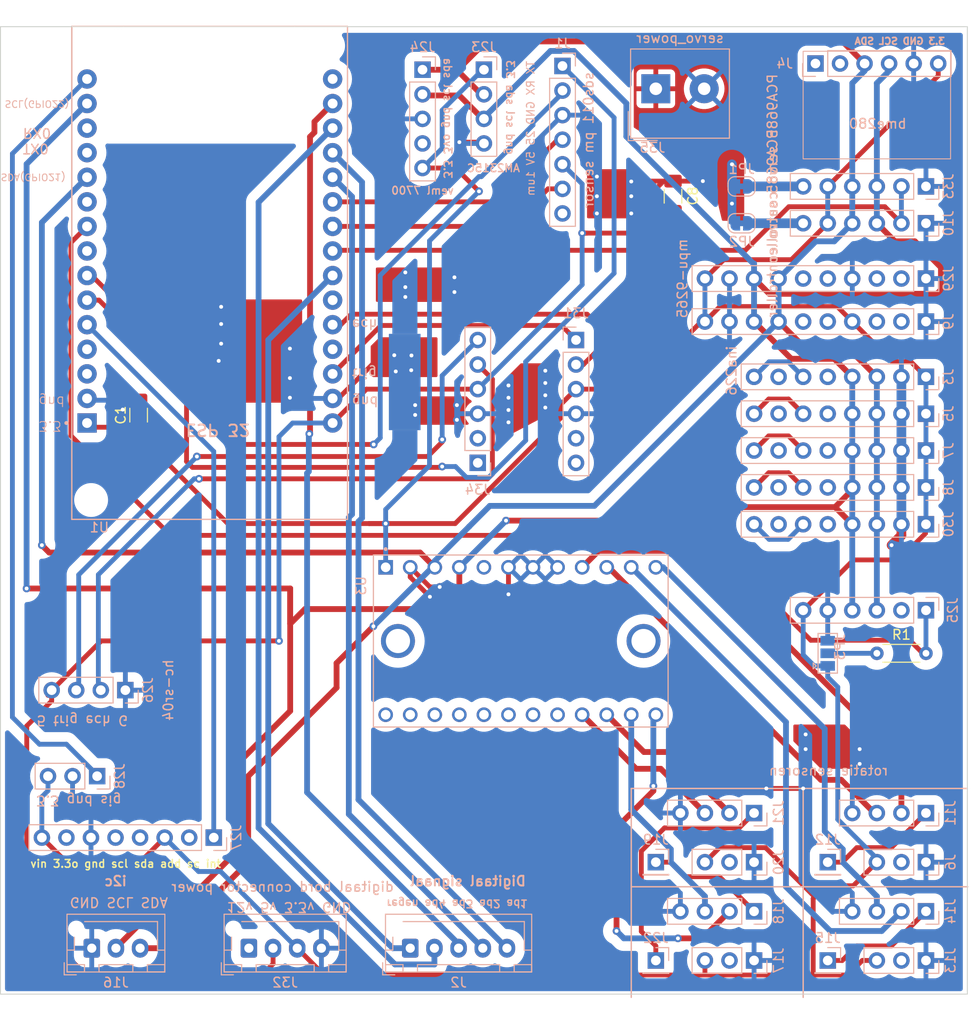
<source format=kicad_pcb>
(kicad_pcb (version 20240108) (generator "pcbnew") (generator_version "8.0")
  (layers (0 "F.Cu" signal) (31 "B.Cu" signal) (34 "B.Paste" user) (35 "F.Paste" user) (36 "B.SilkS" user "B.Silkscreen") (37 "F.SilkS" user "F.Silkscreen") (38 "B.Mask" user) (39 "F.Mask" user) (44 "Edge.Cuts" user))
  (net 0 "")
  (net 4 "2.5um")
  (net 5 "1um")
  (net 9 "rx0")
  (net 10 "tx0")
  (net 11 "GND")
  (net 12 "+5V")
  (net 13 "sda")
  (net 14 "scl")
  (net 16 "+3.3V")
  (net 19 "regen-digitaal")
  (net 21 "ADC1 alert")
  (net 22 "Net-(J11-Pin_1)")
  (net 23 "Net-(J11-Pin_3)")
  (net 24 "Net-(J11-Pin_2)")
  (net 26 "ADC2 alert")
  (net 27 "+12L")
  (net 28 "Net-(J14-Pin_1)")
  (net 31 "Net-(J14-Pin_2)")
  (net 32 "Net-(J14-Pin_3)")
  (net 36 "ADC3 alert")
  (net 37 "ADC4 alert")
  (net 38 "Net-(J18-Pin_1)")
  (net 39 "Net-(J18-Pin_3)")
  (net 41 "Net-(J18-Pin_2)")
  (net 45 "Net-(J21-Pin_2)")
  (net 46 "Net-(J21-Pin_3)")
  (net 47 "Net-(J21-Pin_1)")
  (net 48 "Net-(U1-D34)")
  (net 50 "+5VL")
  (net 52 "Net-(J27-Pin_4)")
  (net 53 "Net-(J27-Pin_5)")
  (net 54 "ens160 interupt")
  (net 56 "reset-multiplex1")
  (net 59 "Net-(J28-Pin_1)")
  (net 62 "Net-(J33-Pin_6)")
  (net 71 "Net-(J25-Pin_1)")
  (net 72 "hv1")
  (net 73 "hv2")
  (net 74 "lv2")
  (net 75 "lv3")
  (net 76 "lv4")
  (net 77 "lv1")
  (net 78 "hv4")
  (net 79 "hv3")
  (net 80 "Net-(J10-Pin_6)")
  (net 81 "Net-(J10-Pin_2)")
  (net 82 "Net-(J3-Pin_6)")
  (net 86 "Net-(J5-Pin_6)")
  (net 88 "Net-(J7-Pin_6)")
  (net 92 "Net-(J8-Pin_6)")
  (net 94 "Net-(J30-Pin_6)")
  (net 97 "Net-(JP3-C)")
  (footprint "MountingHole:MountingHole_long" (layer "F.Cu") (at 37.592 22.352 90)
    (property "Reference" "H7" (hide yes))
    (property "Value" "MountingHole")
  )
  (footprint "Resistor_THT:R_Axial_DIN0204_L3.6mm_D1.6mm_P5.08mm_Horizontal" (layer "F.Cu") (at 104.14 77.47)
    (property "Reference" "R1")
    (property "Value" "5k")
  )
  (footprint "MountingHole:MountingHole_long" (layer "F.Cu") (at 41.148 22.352 90)
    (property "Reference" "H6" (hide yes))
    (property "Value" "MountingHole")
  )
  (footprint "MountingHole:MountingHole_long" (layer "F.Cu") (at 44.958 13.97)
    (property "Reference" "H12" (hide yes))
    (property "Value" "MountingHole")
  )
  (footprint "MountingHole:MountingHole_long" (layer "F.Cu") (at 44.958 17.018)
    (property "Reference" "H11" (hide yes))
    (property "Value" "MountingHole")
  )
  (footprint "MountingHole:MountingHole_long" (layer "F.Cu") (at 25.654 17.272)
    (property "Reference" "H1" (hide yes))
    (property "Value" "MountingHole")
  )
  (footprint "MountingHole:MountingHole_long" (layer "F.Cu") (at 25.654 20.252)
    (property "Reference" "H2" (hide yes))
    (property "Value" "MountingHole")
  )
  (footprint "Capacitor_SMD:C_1206_3216Metric_Pad1.33x1.80mm_HandSolder" (layer "F.Cu") (at 83.058 30.226 90)
    (property "Reference" "C8")
    (property "Value" "100uf")
  )
  (footprint "MountingHole:MountingHole_long" (layer "F.Cu") (at 30.734 22.352 90)
    (property "Reference" "H8" (hide yes))
    (property "Value" "MountingHole")
  )
  (footprint "MountingHole:MountingHole_long" (layer "F.Cu") (at 25.654 13.97)
    (property "Reference" "H4" (hide yes))
    (property "Value" "MountingHole")
  )
  (footprint "MountingHole:MountingHole_long" (layer "F.Cu") (at 34.29 22.352 90)
    (property "Reference" "H5" (hide yes))
    (property "Value" "MountingHole")
  )
  (footprint "Capacitor_SMD:C_1206_3216Metric_Pad1.33x1.80mm_HandSolder" (layer "F.Cu") (at 27.7876 52.853 90)
    (property "Reference" "C1")
    (property "Value" "100uf")
  )
  (footprint "MountingHole:MountingHole_long" (layer "F.Cu") (at 44.196 22.352 90)
    (property "Reference" "H9" (hide yes))
    (property "Value" "MountingHole")
  )
  (footprint "MountingHole:MountingHole_long" (layer "F.Cu") (at 27.178 22.352 90)
    (property "Reference" "H3" (hide yes))
    (property "Value" "MountingHole")
  )
  (footprint "MountingHole:MountingHole_long" (layer "F.Cu") (at 44.958 20.066)
    (property "Reference" "H10" (hide yes))
    (property "Value" "MountingHole")
  )
  (footprint "Connector_JST:JST_XH_B5B-XH-AM_1x05_P2.50mm_Vertical" (layer "B.Cu") (at 55.88 107.95)
    (property "Reference" "J2")
    (property "Value" "analoog bord connector (digitaal)")
  )
  (footprint "Connector_PinHeader_2.54mm:PinHeader_1x04_P2.54mm_Vertical" (layer "B.Cu") (at 91.44 93.98 90)
    (property "Reference" "J21")
    (property "Value" "rotatie as5600 4")
  )
  (footprint "Connector_PinHeader_2.54mm:PinHeader_1x08_P2.54mm_Vertical" (layer "B.Cu") (at 109.22 60.325 90)
    (property "Reference" "J8")
    (property "Value" "ina226")
  )
  (footprint "Connector_PinSocket_2.54mm:PinSocket_1x06_P2.54mm_Vertical" (layer "B.Cu") (at 62.865 57.785)
    (property "Reference" "J34")
    (property "Value" "levelshift hv")
  )
  (footprint "Connector_PinHeader_2.54mm:PinHeader_1x03_P2.54mm_Vertical" (layer "B.Cu") (at 109.22 99.06 90)
    (property "Reference" "J6")
    (property "Value" "rotatie as5600")
  )
  (footprint "Connector_PinSocket_2.54mm:PinSocket_1x06_P2.54mm_Vertical" (layer "B.Cu") (at 97.79 16.51 -90)
    (property "Reference" "J4")
    (property "Value" "bme280")
  )
  (footprint "Connector_PinHeader_2.54mm:PinHeader_1x03_P2.54mm_Vertical" (layer "B.Cu") (at 23.495 90.17 90)
    (property "Reference" "J28")
    (property "Value" "regenmeter digitaal flip sensor")
  )
  (footprint "Connector_PinHeader_2.54mm:PinHeader_1x10_P2.54mm_Vertical" (layer "B.Cu") (at 109.22 38.735 90)
    (property "Reference" "J29")
    (property "Value" "mpu-9265")
  )
  (footprint "Connector_PinHeader_2.54mm:PinHeader_1x03_P2.54mm_Vertical" (layer "B.Cu") (at 91.44 99.06 90)
    (property "Reference" "J20")
    (property "Value" "rotatie as5600 4")
  )
  (footprint "Connector_JST:JST_XH_B4B-XH-AM_1x04_P2.50mm_Vertical" (layer "B.Cu") (at 39.192 107.95)
    (property "Reference" "J32")
    (property "Value" "digitaal bord connector power")
  )
  (footprint "Jumper:SolderJumper-3_P1.3mm_Open_Pad1.0x1.5mm" (layer "B.Cu") (at 99.06 77.47 90)
    (property "Reference" "JP3")
    (property "Value" "Jumper_3_Open")
  )
  (footprint "Jumper:SolderJumper-2_P1.3mm_Bridged_RoundedPad1.0x1.5mm" (layer "B.Cu") (at 90.155 33.02 180)
    (property "Reference" "JP2")
    (property "Value" "SolderJumper_2_Bridged")
  )
  (footprint "Connector_PinSocket_2.54mm:PinSocket_1x06_P2.54mm_Vertical" (layer "B.Cu") (at 73.025 45.085 180)
    (property "Reference" "J31")
    (property "Value" "levelshift lv")
  )
  (footprint "Connector_PinHeader_2.54mm:PinHeader_1x01_P2.54mm_Vertical" (layer "B.Cu") (at 81.28 109.22 180)
    (property "Reference" "J22")
    (property "Value" "rotatie as5600 4")
  )
  (footprint "Connector_PinHeader_2.54mm:PinHeader_1x08_P2.54mm_Vertical" (layer "B.Cu") (at 109.22 48.895 90)
    (property "Reference" "J3")
    (property "Value" "ina226")
  )
  (footprint "Connector_PinHeader_2.54mm:PinHeader_1x03_P2.54mm_Vertical" (layer "B.Cu") (at 109.22 109.22 90)
    (property "Reference" "J13")
    (property "Value" "rotatie as5600 2")
  )
  (footprint "Connector_PinSocket_2.54mm:PinSocket_1x06_P2.54mm_Vertical" (layer "B.Cu") (at 109.22 73.025 90)
    (property "Reference" "J25")
    (property "Value" "VL53L0X")
  )
  (footprint "Connector_PinHeader_2.54mm:PinHeader_1x08_P2.54mm_Vertical" (layer "B.Cu") (at 109.22 64.135 90)
    (property "Reference" "J30")
    (property "Value" "ina226")
  )
  (footprint "Connector_PinHeader_2.54mm:PinHeader_1x03_P2.54mm_Vertical" (layer "B.Cu") (at 91.44 109.22 90)
    (property "Reference" "J17")
    (property "Value" "rotatie as5600 3")
  )
  (footprint "Connector_PinHeader_2.54mm:PinHeader_1x05_P2.54mm_Vertical" (layer "B.Cu") (at 57.15 17.15 180)
    (property "Reference" "J24")
    (property "Value" "veml 7700")
  )
  (footprint "Connector_PinHeader_2.54mm:PinHeader_1x07_P2.54mm_Vertical" (layer "B.Cu") (at 71.628 16.764 180)
    (property "Reference" "J1")
    (property "Value" "sds011 pm10 pm2.5 dust sensor")
  )
  (footprint "Connector_PinHeader_2.54mm:PinHeader_1x08_P2.54mm_Vertical" (layer "B.Cu") (at 109.22 52.705 90)
    (property "Reference" "J5")
    (property "Value" "ina226")
  )
  (footprint "Connector_PinHeader_2.54mm:PinHeader_1x06_P2.54mm_Vertical" (layer "B.Cu") (at 109.22 33.02 90)
    (property "Reference" "J10")
    (property "Value" "PCA9685 servo controller")
  )
  (footprint "i2c multiplexer:MODULE_2717" (layer "B.Cu") (at 67.31 76.2 -90)
    (property "Reference" "U3")
    (property "Value" "TCA9548A ")
  )
  (footprint "Connector_JST:JST_XH_B3B-XH-AM_1x03_P2.50mm_Vertical" (layer "B.Cu") (at 22.94 107.95)
    (property "Reference" "J16")
    (property "Value" "analoog bord connector")
  )
  (footprint "TerminalBlock_Altech:Altech_AK100_1x02_P5.00mm" (layer "B.Cu") (at 81.28 19.1175)
    (property "Reference" "J35")
    (property "Value" "servo_power")
  )
  (footprint "Connector_PinHeader_2.54mm:PinHeader_1x10_P2.54mm_Vertical" (layer "B.Cu") (at 109.22 43.18 90)
    (property "Reference" "J9")
    (property "Value" "mpu-9265")
  )
  (footprint "Connector_PinHeader_2.54mm:PinHeader_1x01_P2.54mm_Vertical" (layer "B.Cu") (at 99.06 109.22 180)
    (property "Reference" "J15")
    (property "Value" "rotatie as5600 2")
  )
  (footprint "Connector_PinHeader_2.54mm:PinHeader_1x08_P2.54mm_Vertical" (layer "B.Cu") (at 109.22 56.515 90)
    (property "Reference" "J7")
    (property "Value" "ina226")
  )
  (footprint "Connector_PinHeader_2.54mm:PinHeader_1x04_P2.54mm_Vertical" (layer "B.Cu") (at 109.22 104.14 90)
    (property "Reference" "J14")
    (property "Value" "rotatie as5600 2")
  )
  (footprint "Connector_PinHeader_2.54mm:PinHeader_1x04_P2.54mm_Vertical" (layer "B.Cu") (at 91.44 104.14 90)
    (property "Reference" "J18")
    (property "Value" "rotatie as5600 3")
  )
  (footprint "Connector_PinHeader_2.54mm:PinHeader_1x01_P2.54mm_Vertical" (layer "B.Cu") (at 81.28 99.06 180)
    (property "Reference" "J19")
    (property "Value" "rotatie as5600 3")
  )
  (footprint "esp32-dev-module:MODULE_ESP32_DEVKIT_V1" (layer "B.Cu") (at 35.1536 38.1508)
    (property "Reference" "U1")
    (property "Value" "ESP32-DEVKIT-V1")
  )
  (footprint "Connector_PinHeader_2.54mm:PinHeader_1x06_P2.54mm_Vertical" (layer "B.Cu") (at 109.22 29.21 90)
    (property "Reference" "J33")
    (property "Value" "PCA9685 servo controller")
  )
  (footprint "Connector_PinHeader_2.54mm:PinHeader_1x08_P2.54mm_Vertical" (layer "B.Cu") (at 35.56 96.52 90)
    (property "Reference" "J27")
    (property "Value" "ens160+aht21")
  )
  (footprint "Jumper:SolderJumper-2_P1.3mm_Bridged_RoundedPad1.0x1.5mm" (layer "B.Cu") (at 90.155 29.21 180)
    (property "Reference" "JP1")
    (property "Value" "SolderJumper_2_Bridged")
  )
  (footprint "Connector_PinHeader_2.54mm:PinHeader_1x04_P2.54mm_Vertical" (layer "B.Cu") (at 26.416 81.28 90)
    (property "Reference" "J26")
    (property "Value" "hc-sr04")
  )
  (footprint "Connector_PinHeader_2.54mm:PinHeader_1x04_P2.54mm_Vertical" (layer "B.Cu") (at 109.22 93.98 90)
    (property "Reference" "J11")
    (property "Value" "rotatie as5600")
  )
  (footprint "Connector_PinHeader_2.54mm:PinHeader_1x01_P2.54mm_Vertical" (layer "B.Cu") (at 99.06 99.06 180)
    (property "Reference" "J12")
    (property "Value" "rotatie as5600")
  )
  (footprint "Connector_PinHeader_2.54mm:PinHeader_1x04_P2.54mm_Vertical" (layer "B.Cu") (at 63.5 17.15 180)
    (property "Reference" "J23")
    (property "Value" "temp sensor AM2315C")
  )
  (gr_line (start 96.52 91.44) (end 78.74 91.44) (stroke (width 0.15)) (layer "B.SilkS"))
  (gr_line (start 96.52 91.44) (end 113.485496 91.44) (stroke (width 0.15)) (layer "B.SilkS"))
  (gr_line (start 78.74 91.44) (end 78.74 113.03) (stroke (width 0.15)) (layer "B.SilkS"))
  (gr_line (start 78.74 101.6) (end 113.538 101.6) (stroke (width 0.15)) (layer "B.SilkS"))
  (gr_line (start 96.52 101.6) (end 96.52 113.03) (stroke (width 0.15)) (layer "B.SilkS"))
  (gr_rect (start 96.516142 15.24) (end 111.763859 26.363077) (stroke (width 0.1)) (fill none) (layer "B.SilkS"))
  (gr_line (start 96.52 101.6) (end 96.52 91.44) (stroke (width 0.15)) (layer "B.SilkS"))
  (gr_rect (start 13.5 12.7) (end 113.5 112.7) (stroke (width 0.1)) (fill none) (layer "Edge.Cuts"))
  (gr_text "sds011 pm sensor" (at 74.903126 17.304111 90) (layer "B.SilkS") (effects (font (size 1 1)) (justify left bottom mirror)))
  (gr_text "12v 5v 3.3v GND" (at 36.83 103.124 180) (layer "B.SilkS") (effects (font (size 1 1) (thickness 0.15) (bold yes)) (justify left bottom mirror)))
  (gr_text "3.3 gnd sig" (at 17.103812 92.106219 180) (layer "B.SilkS") (effects (font (size 1 1)) (justify left bottom mirror)))
  (gr_text "AM2315C" (at 67.31 27.78775 0) (layer "B.SilkS") (effects (font (size 0.8 0.8)) (justify left bottom mirror)))
  (gr_text "TX RX GND 25 5V 1um" (at 68.8 16.17 90) (layer "B.SilkS") (effects (font (size 0.8 0.8) (thickness 0.12)) (justify left bottom mirror)))
  (gr_text "SCL(GPIO22)" (at 13.880028 20.265513 180) (layer "B.SilkS") (effects (font (size 0.7 0.7) (thickness 0.1)) (justify left bottom mirror)))
  (gr_text "TX0\nRX0" (at 15.723618 23.107336 180) (layer "B.SilkS") (effects (font (size 1 1)) (justify left bottom mirror)))
  (gr_text "Digitaal signaal" (at 67.945 101.6 0) (layer "B.SilkS") (effects (font (size 1 1) (thickness 0.2) (bold yes)) (justify left bottom mirror)))
  (gr_text "SDA(GPIO21)" (at 13.473628 27.83523 180) (layer "B.SilkS") (effects (font (size 0.7 0.7) (thickness 0.1)) (justify left bottom mirror)))
  (gr_text "3.3 3vo gnd scl sda" (at 59.281613 28.484295 270) (layer "B.SilkS") (effects (font (size 0.8 0.8)) (justify left bottom mirror)))
  (gr_text "GND SCL SDA" (at 20.574 102.616 180) (layer "B.SilkS") (effects (font (size 1 1) (thickness 0.15) (bold yes)) (justify left bottom mirror)))
  (gr_text "regen ad4 ad3 ad2 ad1" (at 53.34 102.87 180) (layer "B.SilkS") (effects (font (size 0.8 0.8) (thickness 0.15) (bold yes)) (justify left bottom mirror)))
  (gr_text "5 trig ech G" (at 17.145 83.82 180) (layer "B.SilkS") (effects (font (size 1 1)) (justify left bottom mirror)))
  (gr_text "gnd scl sda 3.3" (at 65.748735 26.014568 270) (layer "B.SilkS") (effects (font (size 0.8 0.8)) (justify left bottom mirror)))
  (gr_text "rotatie sensoren" (at 105.41 90.17 0) (layer "B.SilkS") (effects (font (size 1 1)) (justify left bottom mirror)))
  (gr_text "i2c" (at 26.67 101.6 -0) (layer "B.SilkS") (effects (font (size 1 1) (thickness 0.2) (bold yes)) (justify left bottom mirror)))
  (gr_text "bme280" (at 104.226964 22.730863 0) (layer "B.SilkS") (effects (font (size 1 1)) (justify mirror)))
  (gr_text "ech" (at 49.7586 42.8708 180) (layer "B.SilkS") (effects (font (size 1 1)) (justify left bottom mirror)))
  (gr_text "ESP 32" (at 32.544714 53.6658 180) (layer "B.SilkS") (effects (font (size 1.2 1.2) (thickness 0.2) (bold yes)) (justify left bottom mirror)))
  (gr_text "3.3 GND SCL SDA" (at 111.275292 14.605 0) (layer "B.SilkS") (effects (font (size 0.7 0.7) (thickness 0.175) (bold yes)) (justify left bottom mirror)))
  (gr_text "trig\n" (at 49.7586 47.9508 180) (layer "B.SilkS") (effects (font (size 1 1)) (justify left bottom mirror)))
  (gr_text "vin 3.3o gnd scl sda add sc int" (at 16.51 99.686697 0) (layer "F.SilkS") (effects (font (size 0.8 0.8)) (justify left bottom)))
  (segment (start 47.8536 30.8058) (end 64.6982 30.8058) (width 0.5) (layer "F.Cu") (net 4))
  (segment (start 64.6982 30.8058) (end 71.12 24.384) (width 0.5) (layer "F.Cu") (net 4))
  (segment (start 71.12 24.384) (end 71.628 24.384) (width 0.5) (layer "F.Cu") (net 4))
  (segment (start 66.2445 33.3458) (end 70.1263 29.464) (width 0.5) (layer "F.Cu") (net 5))
  (segment (start 47.8536 33.3458) (end 66.2445 33.3458) (width 0.5) (layer "F.Cu") (net 5))
  (segment (start 71.628 29.464) (end 70.1263 29.464) (width 0.5) (layer "F.Cu") (net 5))
  (segment (start 37.338 55.88) (end 34.036 52.578) (width 0.5) (layer "F.Cu") (net 9))
  (segment (start 52.0954 55.88) (end 37.338 55.88) (width 0.5) (layer "F.Cu") (net 9))
  (segment (start 34.036 52.578) (end 34.036 49.53) (width 0.5) (layer "F.Cu") (net 9))
  (segment (start 34.036 49.53) (end 22.9318 38.4258) (width 0.5) (layer "F.Cu") (net 9))
  (segment (start 22.9318 38.4258) (end 22.4536 38.4258) (width 0.5) (layer "F.Cu") (net 9))
  (via (at 52.0954 55.88) (size 0.8) (drill 0.4) (layers "F.Cu" "B.Cu") (net 9))
  (segment (start 62.992 28.194) (end 63.246 28.194) (width 0.5) (layer "B.Cu") (net 9))
  (segment (start 52.7776 55.1978) (end 52.7776 38.4084) (width 0.5) (layer "B.Cu") (net 9))
  (segment (start 52.7776 38.4084) (end 62.992 28.194) (width 0.5) (layer "B.Cu") (net 9))
  (segment (start 63.246 28.194) (end 68.58 22.86) (width 0.5) (layer "B.Cu") (net 9))
  (segment (start 68.58 22.606) (end 71.628 19.558) (width 0.5) (layer "B.Cu") (net 9))
  (segment (start 52.0954 55.88) (end 52.7776 55.1978) (width 0.5) (layer "B.Cu") (net 9))
  (segment (start 68.58 22.86) (end 68.58 22.606) (width 0.5) (layer "B.Cu") (net 9))
  (segment (start 71.628 19.558) (end 71.628 19.304) (width 0.5) (layer "B.Cu") (net 9))
  (segment (start 23.6938 40.9658) (end 22.4536 40.9658) (width 0.5) (layer "F.Cu") (net 10))
  (segment (start 59.182 58.166) (end 59.0953 58.2527) (width 0.5) (layer "F.Cu") (net 10))
  (segment (start 32.7435 57.6414) (end 32.7435 50.0155) (width 0.5) (layer "F.Cu") (net 10))
  (segment (start 33.3548 58.2527) (end 32.7435 57.6414) (width 0.5) (layer "F.Cu") (net 10))
  (segment (start 59.0953 58.2527) (end 33.3548 58.2527) (width 0.5) (layer "F.Cu") (net 10))
  (segment (start 32.7435 50.0155) (end 23.6938 40.9658) (width 0.5) (layer "F.Cu") (net 10))
  (via (at 59.182 58.166) (size 0.8) (drill 0.4) (layers "F.Cu" "B.Cu") (net 10))
  (segment (start 60.5627 58.166) (end 61.6834 59.2867) (width 0.5) (layer "B.Cu") (net 10))
  (segment (start 67.818 55.4699) (end 67.818 47.3336) (width 0.5) (layer "B.Cu") (net 10))
  (segment (start 64.0012 59.2867) (end 67.818 55.4699) (width 0.5) (layer "B.Cu") (net 10))
  (segment (start 67.818 47.3336) (end 76.962 38.1896) (width 0.5) (layer "B.Cu") (net 10))
  (segment (start 61.6834 59.2867) (end 64.0012 59.2867) (width 0.5) (layer "B.Cu") (net 10))
  (segment (start 59.182 58.166) (end 60.5627 58.166) (width 0.5) (layer "B.Cu") (net 10))
  (segment (start 76.962 38.1896) (end 76.962 22.098) (width 0.5) (layer "B.Cu") (net 10))
  (segment (start 76.962 22.098) (end 71.628 16.764) (width 0.5) (layer "B.Cu") (net 10))
  (segment (start 26.1435 52.2767) (end 26.8014 52.2767) (width 0.5) (layer "F.Cu") (net 11))
  (segment (start 82.0805 28.6635) (end 78.74 32.004) (width 0.5) (layer "F.Cu") (net 11))
  (segment (start 106.68 65.278) (end 106.68 64.135) (width 1) (layer "F.Cu") (net 11))
  (segment (start 83.058 28.6635) (end 82.0805 28.6635) (width 0.5) (layer "F.Cu") (net 11))
  (segment (start 86.1445 28.6635) (end 83.058 28.6635) (width 0.5) (layer "F.Cu") (net 11))
  (segment (start 58.928 70.612) (end 57.912 70.612) (width 0.5) (layer "F.Cu") (net 11))
  (segment (start 57.912 71.628) (end 58.928 70.612) (width 0.5) (layer "F.Cu") (net 11))
  (segment (start 55.88 69.596) (end 55.88 68.58) (width 0.5) (layer "F.Cu") (net 11))
  (segment (start 57.912 71.628) (end 55.88 69.596) (width 0.5) (layer "F.Cu") (net 11))
  (segment (start 47.8536 51.1258) (end 48.4422 51.1258) (width 0.5) (layer "F.Cu") (net 11))
  (segment (start 60.96 24.638) (end 63.368 24.638) (width 0.5) (layer "F.Cu") (net 11))
  (segment (start 57.912 70.612) (end 55.88 68.58) (width 0.5) (layer "F.Cu") (net 11))
  (segment (start 78.74 28.702) (end 78.7785 28.6635) (width 0.5) (layer "F.Cu") (net 11))
  (segment (start 78.7785 28.6635) (end 83.058 28.6635) (width 0.5) (layer "F.Cu") (net 11))
  (segment (start 92.71 91.44) (end 96.52 91.44) (width 0.5) (layer "F.Cu") (net 11))
  (segment (start 106.426 64.389) (end 106.68 64.135) (width 0.5) (layer "F.Cu") (net 11))
  (segment (start 66.04 68.58) (end 66.04 71.374) (width 0.5) (layer "F.Cu") (net 11))
  (segment (start 48.4422 51.1258) (end 52.324 47.244) (width 0.5) (layer "F.Cu") (net 11))
  (segment (start 26.8014 52.2767) (end 27.7876 51.2905) (width 0.5) (layer "F.Cu") (net 11))
  (segment (start 63.368 24.638) (end 63.5 24.77) (width 0.5) (layer "F.Cu") (net 11))
  (segment (start 105.664 66.294) (end 106.68 65.278) (width 1) (layer "F.Cu") (net 11))
  (via (at 36.322 45.466) (size 0.8) (drill 0.4) (layers "F.Cu" "B.Cu") (net 11))
  (via (at 78.74 30.226) (size 0.8) (drill 0.4) (layers "F.Cu" "B.Cu") (net 11))
  (via (at 43.434 51.054) (size 0.8) (drill 0.4) (layers "F.Cu" "B.Cu") (net 11))
  (via (at 96.52 91.44) (size 0.8) (drill 0.4) (layers "F.Cu" "B.Cu") (net 11))
  (via (at 55.372 38.1) (size 0.8) (drill 0.4) (layers "F.Cu" "B.Cu") (net 11))
  (via (at 36.322 41.656) (size 0.8) (drill 0.4) (layers "F.Cu" "B.Cu") (net 11))
  (via (at 55.372 39.624) (size 0.8) (drill 0.4) (layers "F.Cu" "B.Cu") (net 11))
  (via (at 57.912 71.628) (size 0.8) (drill 0.4) (layers "F.Cu" "B.Cu") (net 11))
  (via (at 36.322 43.434) (size 0.8) (drill 0.4) (layers "F.Cu" "B.Cu") (net 11))
  (via (at 96.774 85.852) (size 0.8) (drill 0.4) (layers "F.Cu" "B.Cu") (net 11))
  (via (at 66.04 71.374) (size 0.8) (drill 0.4) (layers "F.Cu" "B.Cu") (net 11))
  (via (at 60.452 38.608) (size 0.8) (drill 0.4) (layers "F.Cu" "B.Cu") (net 11))
  (via (at 58.928 70.612) (size 0.8) (drill 0.4) (layers "F.Cu" "B.Cu") (net 11))
  (via (at 54.229 46.6598) (size 0.8) (drill 0.4) (layers "F.Cu" "B.Cu") (net 11))
  (via (at 56.388 52.832) (size 0.8) (drill 0.4) (layers "F.Cu" "B.Cu") (net 11))
  (via (at 78.74 28.702) (size 0.8) (drill 0.4) (layers "F.Cu" "B.Cu") (net 11))
  (via (at 105.664 66.294) (size 0.8) (drill 0.4) (layers "F.Cu" "B.Cu") (net 11))
  (via (at 26.1435 52.2767) (size 0.8) (drill 0.4) (layers "F.Cu" "B.Cu") (net 11))
  (via (at 66.04 53.594) (size 0.8) (drill 0.4) (layers "F.Cu" "B.Cu") (net 11))
  (via (at 60.452 40.132) (size 0.8) (drill 0.4) (layers "F.Cu" "B.Cu") (net 11))
  (via (at 75.184 28.194) (size 0.8) (drill 0.4) (layers "F.Cu" "B.Cu") (net 11))
  (via (at 102.362 88.9) (size 0.8) (drill 0.4) (layers "F.Cu" "B.Cu") (net 11))
  (via (at 54.3814 48.3362) (size 0.8) (drill 0.4) (layers "F.Cu" "B.Cu") (net 11))
  (via (at 69.85 49.53) (size 0.8) (drill 0.4) (layers "F.Cu" "B.Cu") (net 11))
  (via (at 69.85 48.26) (size 0.8) (drill 0.4) (layers "F.Cu" "B.Cu") (net 11))
  (via (at 75.184 32.004) (size 0.8) (drill 0.4) (layers "F.Cu" "B.Cu") (net 11))
  (via (at 60.96 24.638) (size 0.8) (drill 0.4) (layers "F.Cu" "B.Cu") (net 11))
  (via (at 86.1445 28.6635) (size 0.8) (drill 0.4) (layers "F.Cu" "B.Cu") (net 11))
  (via (at 43.434 49.022) (size 0.8) (drill 0.4) (layers "F.Cu" "B.Cu") (net 11))
  (via (at 96.774 87.376) (size 0.8) (drill 0.4) (layers "F.Cu" "B.Cu") (net 11))
  (via (at 66.04 52.324) (size 0.8) (drill 0.4) (layers "F.Cu" "B.Cu") (net 11))
  (via (at 55.9816 48.2092) (size 0.8) (drill 0.4) (layers "F.Cu" "B.Cu") (net 11))
  (via (at 60.706 53.34) (size 0.8) (drill 0.4) (layers "F.Cu" "B.Cu") (net 11))
  (via (at 43.434 45.974) (size 0.8) (drill 0.4) (layers "F.Cu" "B.Cu") (net 11))
  (via (at 56.007 46.6852) (size 0.8) (drill 0.4) (layers "F.Cu" "B.Cu") (net 11))
  (via (at 36.068 47.244) (size 0.8) (drill 0.4) (layers "F.Cu" "B.Cu") (net 11))
  (via (at 78.74 32.004) (size 0.8) (drill 0.4) (layers "F.Cu" "B.Cu") (net 11))
  (via (at 75.184 30.226) (size 0.8) (drill 0.4) (layers "F.Cu" "B.Cu") (net 11))
  (via (at 55.372 40.64) (size 0.8) (drill 0.4) (layers "F.Cu" "B.Cu") (net 11))
  (via (at 66.04 49.784) (size 0.8) (drill 0.4) (layers "F.Cu" "B.Cu") (net 11))
  (via (at 102.362 87.376) (size 0.8) (drill 0.4) (layers "F.Cu" "B.Cu") (net 11))
  (via (at 69.85 50.8) (size 0.8) (drill 0.4) (layers "F.Cu" "B.Cu") (net 11))
  (via (at 56.388 51.816) (size 0.8) (drill 0.4) (layers "F.Cu" "B.Cu") (net 11))
  (via (at 66.04 51.054) (size 0.8) (drill 0.4) (layers "F.Cu" "B.Cu") (net 11))
  (via (at 69.85 52.07) (size 0.8) (drill 0.4) (layers "F.Cu" "B.Cu") (net 11))
  (via (at 92.71 91.44) (size 0.8) (drill 0.4) (layers "F.Cu" "B.Cu") (net 11))
  (via (at 60.706 51.816) (size 0.8) (drill 0.4) (layers "F.Cu" "B.Cu") (net 11))
  (segment (start 106.68 48.895) (end 106.68 52.705) (width 1) (layer "B.Cu") (net 11))
  (segment (start 106.68 64.135) (end 106.68 60.325) (width 1) (layer "B.Cu") (net 11))
  (segment (start 43.8658 51.1258) (end 43.434 51.054) (width 0.5) (layer "B.Cu") (net 11))
  (segment (start 106.68 56.515) (end 106.68 60.325) (width 1) (layer "B.Cu") (net 11))
  (segment (start 43.434 51.054) (end 43.7222 51.1258) (width 0.5) (layer "B.Cu") (net 11))
  (segment (start 24.638 51.308) (end 22.6358 51.308) (width 0.5) (layer "B.Cu") (net 11))
  (segment (start 22.6358 51.308) (end 22.4536 51.1258) (width 0.5) (layer "B.Cu") (net 11))
  (segment (start 68.834 24.638) (end 71.628 21.844) (width 0.5) (layer "B.Cu") (net 11))
  (segment (start 47.8536 51.1258) (end 43.8658 51.1258) (width 0.5) (layer "B.Cu") (net 11))
  (segment (start 25.6067 52.2767) (end 24.638 51.308) (width 0.5) (layer "B.Cu") (net 11))
  (segment (start 26.1435 52.2767) (end 25.6067 52.2767) (width 0.5) (layer "B.Cu") (net 11))
  (segment (start 106.68 52.705) (end 106.68 56.515) (width 1) (layer "B.Cu") (net 11))
  (segment (start 43.7222 51.1258) (end 43.794 51.1258) (width 0.5) (layer "B.Cu") (net 11))
  (segment (start 16.2179 104.6099) (end 16.2179 84.9788) (width 0.5) (layer "F.Cu") (net 12))
  (segment (start 83.0195 31.7885) (end 80.772 34.036) (width 0.5) (layer "F.Cu") (net 12))
  (segment (start 18.796 82.4007) (end 18.796 81.28) (width 0.5) (layer "F.Cu") (net 12))
  (segment (start 62.865 50.165) (end 51.3544 50.165) (width 0.5) (layer "F.Cu") (net 12))
  (segment (start 16.2179 84.9788) (end 18.796 82.4007) (width 0.5) (layer "F.Cu") (net 12))
  (segment (start 73.66 34.036) (end 74.168 34.036) (width 0.5) (layer "F.Cu") (net 12))
  (segment (start 51.3544 50.165) (end 47.8536 53.6658) (width 0.5) (layer "F.Cu") (net 12))
  (segment (start 18.415 81.8075) (end 18.415 81.6927) (width 0.5) (layer "F.Cu") (net 12))
  (segment (start 80.772 34.036) (end 73.66 34.036) (width 0.5) (layer "F.Cu") (net 12))
  (segment (start 18.415 81.6927) (end 23.9198 76.1879) (width 0.5) (layer "F.Cu") (net 12))
  (segment (start 18.415 81.28) (end 18.415 81.8075) (width 0.5) (layer "F.Cu") (net 12))
  (segment (start 41.692 107.95) (end 41.692 109.5767) (width 0.5) (layer "F.Cu") (net 12))
  (segment (start 41.692 109.5767) (end 41.0327 110.236) (width 0.5) (layer "F.Cu") (net 12))
  (segment (start 21.844 110.236) (end 16.2179 104.6099) (width 0.5) (layer "F.Cu") (net 12))
  (segment (start 83.058 31.7885) (end 83.0195 31.7885) (width 0.5) (layer "F.Cu") (net 12))
  (segment (start 23.9198 76.1879) (end 42.3043 76.1879) (width 0.5) (layer "F.Cu") (net 12))
  (segment (start 41.0327 110.236) (end 21.844 110.236) (width 0.5) (layer "F.Cu") (net 12))
  (via (at 73.66 34.036) (size 0.8) (drill 0.4) (layers "F.Cu" "B.Cu") (net 12))
  (via (at 42.3043 76.1879) (size 0.8) (drill 0.4) (layers "F.Cu" "B.Cu") (net 12))
  (segment (start 71.628 26.924) (end 73.66 28.956) (width 0.5) (layer "B.Cu") (net 12))
  (segment (start 73.66 34.036) (end 73.66 39.37) (width 0.5) (layer "B.Cu") (net 12))
  (segment (start 43.7178 53.6658) (end 47.8536 53.6658) (width 0.5) (layer "B.Cu") (net 12))
  (segment (start 73.66 28.956) (end 73.66 34.036) (width 0.5) (layer "B.Cu") (net 12))
  (segment (start 73.66 39.37) (end 62.865 50.165) (width 0.5) (layer "B.Cu") (net 12))
  (segment (start 42.3043 55.0793) (end 43.7178 53.6658) (width 0.5) (layer "B.Cu") (net 12))
  (segment (start 42.3043 76.1879) (end 42.3043 55.0793) (width 0.5) (layer "B.Cu") (net 12))
  (segment (start 60.6827 17.15) (end 60.739 17.2062) (width 0.6) (layer "F.Cu") (net 13))
  (segment (start 100.9287 45.6837) (end 104.14 48.895) (width 0.6) (layer "F.Cu") (net 13))
  (segment (start 39.116 90.17) (end 39.116 99.06) (width 0.6) (layer "F.Cu") (net 13))
  (segment (start 96.4837 45.6837) (end 100.9287 45.6837) (width 0.6) (layer "F.Cu") (net 13))
  (segment (start 60.739 17.2062) (end 63.7212 14.224) (width 0.6) (layer "F.Cu") (net 13))
  (segment (start 39.116 99.06) (end 30.226 107.95) (width 0.6) (layer "F.Cu") (net 13))
  (segment (start 57.15 17.15) (end 60.6827 17.15) (width 0.6) (layer "F.Cu") (net 13))
  (segment (start 63.7212 14.224) (end 100.584 14.224) (width 0.6) (layer "F.Cu") (net 13))
  (segment (start 93.98 43.18) (end 96.4837 45.6837) (width 0.6) (layer "F.Cu") (net 13))
  (segment (start 63.2228 19.69) (end 63.5 19.69) (width 0.6) (layer "F.Cu") (net 13))
  (segment (start 48.26 81.026) (end 39.116 90.17) (width 0.6) (layer "F.Cu") (net 13))
  (segment (start 18.542 67.056) (end 56.896 67.056) (width 0.6) (layer "F.Cu") (net 13))
  (segment (start 56.896 67.056) (end 58.42 68.58) (width 0.6) (layer "F.Cu") (net 13))
  (segment (start 100.584 14.224) (end 102.87 16.51) (width 0.6) (layer "F.Cu") (net 13))
  (segment (start 52.07 74.676) (end 48.26 78.486) (width 0.6) (layer "F.Cu") (net 13))
  (segment (start 48.26 78.486) (end 48.26 81.026) (width 0.6) (layer "F.Cu") (net 13))
  (segment (start 30.226 107.95) (end 27.94 107.95) (width 0.6) (layer "F.Cu") (net 13))
  (segment (start 17.78 66.294) (end 18.542 67.056) (width 0.6) (layer "F.Cu") (net 13))
  (segment (start 60.739 17.2062) (end 63.2228 19.69) (width 0.6) (layer "F.Cu") (net 13))
  (via (at 52.07 74.676) (size 0.8) (drill 0.4) (layers "F.Cu" "B.Cu") (net 13))
  (via (at 17.78 66.294) (size 0.8) (drill 0.4) (layers "F.Cu" "B.Cu") (net 13))
  (segment (start 97.8273 34.8877) (end 99.7323 34.8877) (width 0.6) (layer "B.Cu") (net 13))
  (segment (start 58.42 67.9235) (end 58.42 68.58) (width 0.6) (layer "B.Cu") (net 13))
  (segment (start 104.14 56.515) (end 104.14 60.325) (width 0.6) (layer "B.Cu") (net 13))
  (segment (start 74.93 62.23) (end 64.1096 62.23) (width 0.6) (layer "B.Cu") (net 13))
  (segment (start 104.14 73.025) (end 104.14 64.135) (width 0.6) (layer "B.Cu") (net 13))
  (segment (start 64.1096 62.23) (end 61.976 64.3636) (width 0.6) (layer "B.Cu") (net 13))
  (segment (start 61.976 64.3636) (end 61.976 64.3675) (width 0.6) (layer "B.Cu") (net 13))
  (segment (start 101.6 33.02) (end 101.6 29.21) (width 0.6) (layer "B.Cu") (net 13))
  (segment (start 93.98 43.18) (end 74.93 62.23) (width 0.6) (layer "B.Cu") (net 13))
  (segment (start 93.98 38.735) (end 93.98 43.18) (width 0.6) (layer "B.Cu") (net 13))
  (segment (start 17.78 66.294) (end 17.78 32.9394) (width 0.6) (layer "B.Cu") (net 13))
  (segment (start 17.78 32.9394) (end 22.4536 28.2658) (width 0.6) (layer "B.Cu") (net 13))
  (segment (start 104.14 52.705) (end 104.14 48.895) (width 0.6) (layer "B.Cu") (net 13))
  (segment (start 99.7323 34.8877) (end 101.6 33.02) (width 0.6) (layer "B.Cu") (net 13))
  (segment (start 101.6 29.21) (end 101.6 18.542) (width 0.6) (layer "B.Cu") (net 13))
  (segment (start 101.6 18.542) (end 102.87 17.272) (width 0.6) (layer "B.Cu") (net 13))
  (segment (start 52.07 74.676) (end 58.166 68.58) (width 0.6) (layer "B.Cu") (net 13))
  (segment (start 104.14 64.135) (end 104.14 60.325) (width 0.6) (layer "B.Cu") (net 13))
  (segment (start 102.87 17.272) (end 102.87 16.51) (width 0.6) (layer "B.Cu") (net 13))
  (segment (start 104.14 52.705) (end 104.14 56.515) (width 0.6) (layer "B.Cu") (net 13))
  (segment (start 61.976 64.3675) (end 58.42 67.9235) (width 0.6) (layer "B.Cu") (net 13))
  (segment (start 93.98 38.735) (end 97.8273 34.8877) (width 0.6) (layer "B.Cu") (net 13))
  (segment (start 58.166 68.58) (end 58.42 68.58) (width 0.6) (layer "B.Cu") (net 13))
  (segment (start 110.7717 39.8958) (end 110.7717 37.5834) (width 0.6) (layer "F.Cu") (net 14))
  (segment (start 99.822 62.357) (end 101.6 60.579) (width 0.6) (layer "F.Cu") (net 14))
  (segment (start 65.786 63.754) (end 88.8114 63.754) (width 0.6) (layer "F.Cu") (net 14))
  (segment (start 90.2084 62.357) (end 99.822 62.357) (width 0.6) (layer "F.Cu") (net 14))
  (segment (start 43.4639 70.7703) (end 16.199 70.7703) (width 0.6) (layer "F.Cu") (net 14))
  (segment (start 106.0077 34.8877) (end 104.14 33.02) (width 0.6) (layer "F.Cu") (net 14))
  (segment (start 110.3577 40.3098) (end 110.7717 39.8958) (width 0.6) (layer "F.Cu") (net 14))
  (segment (start 60.96 19.812) (end 57.272 19.812) (width 0.6) (layer "F.Cu") (net 14))
  (segment (start 99.7338 47.0288) (end 101.6 48.895) (width 0.6) (layer "F.Cu") (net 14))
  (segment (start 57.272 19.812) (end 57.15 19.69) (width 0.6) (layer "F.Cu") (net 14))
  (segment (start 63.378 22.23) (end 60.96 19.812) (width 0.6) (layer "F.Cu") (net 14))
  (segment (start 25.44 107.91) (end 28.702 104.648) (width 0.6) (layer "F.Cu") (net 14))
  (segment (start 25.44 107.95) (end 25.44 107.91) (width 0.6) (layer "F.Cu") (net 14))
  (segment (start 88.8114 63.754) (end 90.2084 62.357) (width 0.6) (layer "F.Cu") (net 14))
  (segment (start 91.44 43.18) (end 95.2888 47.0288) (width 0.6) (layer "F.Cu") (net 14))
  (segment (start 60.96 68.58) (end 60.96 70.993) (width 0.6) (layer "F.Cu") (net 14))
  (segment (start 28.702 104.648) (end 31.242 104.648) (width 0.6) (layer "F.Cu") (net 14))
  (segment (start 99.822 62.357) (end 101.6 64.135) (width 0.6) (layer "F.Cu") (net 14))
  (segment (start 110.7717 37.5834) (end 108.076 34.8877) (width 0.6) (layer "F.Cu") (net 14))
  (segment (start 31.242 104.648) (end 38.1 97.79) (width 0.6) (layer "F.Cu") (net 14))
  (segment (start 59.055 72.898) (end 44.9879 72.898) (width 0.6) (layer "F.Cu") (net 14))
  (segment (start 108.076 34.8877) (end 106.0077 34.8877) (width 0.6) (layer "F.Cu") (net 14))
  (segment (start 91.44 38.735) (end 93.0148 40.3098) (width 0.6) (layer "F.Cu") (net 14))
  (segment (start 93.0148 40.3098) (end 110.3577 40.3098) (width 0.6) (layer "F.Cu") (net 14))
  (segment (start 44.9879 72.898) (end 43.4639 74.422) (width 0.6) (layer "F.Cu") (net 14))
  (segment (start 38.1 88.7943) (end 43.4639 83.4304) (width 0.6) (layer "F.Cu") (net 14))
  (segment (start 101.6 60.579) (end 101.6 60.325) (width 0.6) (layer "F.Cu") (net 14))
  (segment (start 63.5 22.23) (end 63.378 22.23) (width 0.6) (layer "F.Cu") (net 14))
  (segment (start 95.2888 47.0288) (end 99.7338 47.0288) (width 0.6) (layer "F.Cu") (net 14))
  (segment (start 43.4639 74.422) (end 43.4639 70.7703) (width 0.6) (layer "F.Cu") (net 14))
  (segment (start 43.4639 83.4304) (end 43.4639 70.7703) (width 0.6) (layer "F.Cu") (net 14))
  (segment (start 38.1 97.79) (end 38.1 88.7943) (width 0.6) (layer "F.Cu") (net 14))
  (segment (start 60.96 70.993) (end 59.055 72.898) (width 0.6) (layer "F.Cu") (net 14))
  (via (at 65.786 63.754) (size 0.8) (drill 0.4) (layers "F.Cu" "B.Cu") (net 14))
  (via (at 16.199 70.7703) (size 0.8) (drill 0.4) (layers "F.Cu" "B.Cu") (net 14))
  (segment (start 63.5 22.0985) (end 63.5 22.23) (width 0.6) (layer "B.Cu") (net 14))
  (segment (start 101.6 73.025) (end 101.6 64.135) (width 0.6) (layer "B.Cu") (net 14))
  (segment (start 91.44 38.735) (end 91.44 37.1833) (width 0.6) (layer "B.Cu") (net 14))
  (segment (start 78.232 24.0557) (end 78.232 20.6235) (width 0.6) (layer "B.Cu") (net 14))
  (segment (start 91.44 37.1833) (end 91.3596 37.1833) (width 0.6) (layer "B.Cu") (net 14))
  (segment (start 104.14 29.21) (end 104.14 18.542) (width 0.6) (layer "B.Cu") (net 14))
  (segment (start 101.6 52.705) (end 101.6 48.895) (width 0.6) (layer "B.Cu") (net 14))
  (segment (start 91.3596 37.1833) (end 78.232 24.0557) (width 0.6) (layer "B.Cu") (net 14))
  (segment (start 72.8208 15.2123) (end 70.3862 15.2123) (width 0.6) (layer "B.Cu") (net 14))
  (segment (start 70.3862 15.2123) (end 63.5 22.0985) (width 0.6) (layer "B.Cu") (net 14))
  (segment (start 105.41 17.272) (end 105.41 16.51) (width 0.6) (layer "B.Cu") (net 14))
  (segment (start 104.14 18.542) (end 105.41 17.272) (width 0.6) (layer "B.Cu") (net 14))
  (segment (start 104.14 33.02) (end 104.14 29.21) (width 0.6) (layer "B.Cu") (net 14))
  (segment (start 78.232 20.6235) (end 72.8208 15.2123) (width 0.6) (layer "B.Cu") (net 14))
  (segment (start 101.6 64.135) (end 101.6 60.325) (width 0.6) (layer "B.Cu") (net 14))
  (segment (start 101.6 52.705) (end 101.6 56.515) (width 0.6) (layer "B.Cu") (net 14))
  (segment (start 91.44 43.18) (end 91.44 38.735) (width 0.6) (layer "B.Cu") (net 14))
  (segment (start 16.199 26.9004) (end 22.4536 20.6458) (width 0.6) (layer "B.Cu") (net 14))
  (segment (start 16.199 70.7703) (end 16.199 26.9004) (width 0.6) (layer "B.Cu") (net 14))
  (segment (start 65.786 63.754) (end 60.96 68.58) (width 0.6) (layer "B.Cu") (net 14))
  (segment (start 101.6 56.515) (end 101.6 60.325) (width 0.6) (layer "B.Cu") (net 14))
  (segment (start 106.426 67.818) (end 109.1692 65.0748) (width 0.5) (layer "F.Cu") (net 16))
  (segment (start 87.9117 41.6283) (end 100.0483 41.6283) (width 0.5) (layer "F.Cu") (net 16))
  (segment (start 71.374 51.816) (end 71.374 53.2159) (width 0.5) (layer "F.Cu") (net 16))
  (segment (start 17.78 96.52) (end 19.939 98.679) (width 0.5) (layer "F.Cu") (net 16))
  (segment (start 73.025 50.165) (end 79.00515 50.165) (width 0.5) (layer "F.Cu") (net 16))
  (segment (start 105.7498 47.3298) (end 101.6 43.18) (width 0.5) (layer "F.Cu") (net 16))
  (segment (start 37.005 64.0573) (end 27.7876 54.8399) (width 0.5) (layer "F.Cu") (net 16))
  (segment (start 71.374 53.2159) (end 60.5326 64.0573) (width 0.5) (layer "F.Cu") (net 16))
  (segment (start 104.14 109.22) (end 102.6383 109.22) (width 0.5) (layer "F.Cu") (net 16))
  (segment (start 86.36 43.18) (end 87.9117 41.6283) (width 0.5) (layer "F.Cu") (net 16))
  (segment (start 101.1366 110.7217) (end 102.6383 109.22) (width 0.5) (layer "F.Cu") (net 16))
  (segment (start 99.06 33.02) (end 95.294 36.786) (width 0.5) (layer "F.Cu") (net 16))
  (segment (start 62.992 29.718) (end 60.584 27.31) (width 0.5) (layer "F.Cu") (net 16))
  (segment (start 28.321 98.679) (end 30.48 96.52) (width 0.5) (layer "F.Cu") (net 16))
  (segment (start 27.7876 54.8399) (end 27.7876 54.4155) (width 0.5) (layer "F.Cu") (net 16))
  (segment (start 97.5554 110.7217) (end 101.1366 110.7217) (width 0.5) (layer "F.Cu") (net 16))
  (segment (start 27.4741 54.102) (end 27.7876 54.4155) (width 0.5) (layer "F.Cu") (net 16))
  (segment (start 88.309 36.786) (end 86.36 38.735) (width 0.5) (layer "F.Cu") (net 16))
  (segment (start 96.52 73.025) (end 101.727 67.818) (width 0.5) (layer "F.Cu") (net 16))
  (segment (start 109.1692 64.1858) (end 109.22 64.135) (width 0.5) (layer "F.Cu") (net 16))
  (segment (start 22.4536 53.6658) (end 22.8898 54.102) (width 0.5) (layer "F.Cu") (net 16))
  (segment (start 51.6295 64.0573) (end 37.005 64.0573) (width 0.5) (layer "F.Cu") (net 16))
  (segment (start 97.5554 110.7217) (end 86.36 110.7217) (width 0.5) (layer "F.Cu") (net 16))
  (segment (start 98.8757 101.4974) (end 97.7205 102.6526) (width 0.5) (layer "F.Cu") (net 16))
  (segment (start 86.36 99.06) (end 87.8617 97.5583) (width 0.5) (layer "F.Cu") (net 16))
  (segment (start 86.36 110.7217) (end 46.9637 110.7217) (width 0.5) (layer "F.Cu") (net 16))
  (segment (start 92.6262 97.5583) (end 97.7205 102.6526) (width 0.5) (layer "F.Cu") (net 16))
  (segment (start 97.5554 102.8177) (end 97.7205 102.6526) (width 0.5) (layer "F.Cu") (net 16))
  (segment (start 85.99015 43.18) (end 86.36 43.18) (width 0.5) (layer "F.Cu") (net 16))
  (segment (start 110.49 16.51) (end 110.49 17.78) (width 0.5) (layer "F.Cu") (net 16))
  (segment (start 95.294 36.786) (end 88.309 36.786) (width 0.5) (layer "F.Cu") (net 16))
  (segment (start 22.8898 54.102) (end 27.4741 54.102) (width 0.5) (layer "F.Cu") (net 16))
  (segment (start 19.939 98.679) (end 28.321 98.679) (width 0.5) (layer "F.Cu") (net 16))
  (segment (start 101.7026 101.4974) (end 98.8757 101.4974) (width 0.5) (layer "F.Cu") (net 16))
  (segment (start 109.22 48.895) (end 107.6548 47.3298) (width 0.5) (layer "F.Cu") (net 16))
  (segment (start 104.14 99.06) (end 101.7026 101.4974) (width 0.5) (layer "F.Cu") (net 16))
  (segment (start 60.5326 64.0573) (end 51.6295 64.0573) (width 0.5) (layer "F.Cu") (net 16))
  (segment (start 100.0483 41.6283) (end 101.6 43.18) (width 0.5) (layer "F.Cu") (net 16))
  (segment (start 73.025 50.165) (end 71.374 51.816) (width 0.5) (layer "F.Cu") (net 16))
  (segment (start 109.1692 65.0748) (end 109.1692 64.1858) (width 0.5) (layer "F.Cu") (net 16))
  (segment (start 51.6295 64.0573) (end 53.34 64.0573) (width 0.5) (layer "F.Cu") (net 16))
  (segment (start 107.6548 47.3298) (end 105.7498 47.3298) (width 0.5) (layer "F.Cu") (net 16))
  (segment (start 97.5554 110.7217) (end 97.5554 102.8177) (width 0.5) (layer "F.Cu") (net 16))
  (segment (start 86.36 109.22) (end 86.36 110.7217) (width 0.5) (layer "F.Cu") (net 16))
  (segment (start 101.727 67.818) (end 106.426 67.818) (width 0.5) (layer "F.Cu") (net 16))
  (segment (start 60.584 27.31) (end 57.15 27.31) (width 0.5) (layer "F.Cu") (net 16))
  (segment (start 46.9637 110.7217) (end 44.192 107.95) (width 0.5) (layer "F.Cu") (net 16))
  (segment (start 110.49 17.78) (end 99.06 29.21) (width 0.5) (layer "F.Cu") (net 16))
  (segment (start 87.8617 97.5583) (end 92.6262 97.5583) (width 0.5) (layer "F.Cu") (net 16))
  (segment (start 79.00515 50.165) (end 85.99015 43.18) (width 0.5) (layer "F.Cu") (net 16))
  (via (at 53.34 64.0573) (size 0.8) (drill 0.4) (layers "F.Cu" "B.Cu") (net 16))
  (via (at 62.992 29.718) (size 0.8) (drill 0.4) (layers "F.Cu" "B.Cu") (net 16))
  (segment (start 63.368 17.15) (end 59.182 21.336) (width 0.5) (layer "B.Cu") (net 16))
  (segment (start 62.992 29.718) (end 57.874 34.836) (width 0.5) (layer "B.Cu") (net 16))
  (segment (start 109.22 52.705) (end 109.22 48.895) (width 0.5) (layer "B.Cu") (net 16))
  (segment (start 104.14 98.6846) (end 100.0983 94.6429) (width 0.5) (layer "B.Cu") (net 16))
  (segment (start 18.415 91.6717) (end 17.78 92.3067) (width 0.5) (layer "B.Cu") (net 16))
  (segment (start 33.984 100.024) (end 30.48 96.52) (width 0.5) (layer "B.Cu") (net 16))
  (segment (start 109.22 52.705) (end 109.22 56.515) (width 0.5) (layer "B.Cu") (net 16))
  (segment (start 109.22 56.515) (end 109.22 60.325) (width 0.5) (layer "B.Cu") (net 16))
  (segment (start 100.0983 80.96) (end 99.06 79.9217) (width 0.5) (layer "B.Cu") (net 16))
  (segment (start 57.874 58.0643) (end 53.34 62.5983) (width 0.5) (layer "B.Cu") (net 16))
  (segment (start 96.52 77.6317) (end 97.6583 78.77) (width 0.5) (layer "B.Cu") (net 16))
  (segment (start 57.874 34.836) (end 57.874 58.0643) (width 0.5) (layer "B.Cu") (net 16))
  (segment (start 99.06 29.21) (end 99.06 33.02) (width 0.5) (layer "B.Cu") (net 16))
  (segment (start 17.78 92.3067) (end 17.78 96.52) (width 0.5) (layer "B.Cu") (net 16))
  (segment (start 99.06 79.9217) (end 99.06 78.77) (width 0.5) (layer "B.Cu") (net 16))
  (segment (start 86.36 43.18) (end 86.36 38.735) (width 0.5) (layer "B.Cu") (net 16))
  (segment (start 18.415 90.9208) (end 18.415 91.6717) (width 0.5) (layer "B.Cu") (net 16))
  (segment (start 104.14 99.06) (end 104.14 98.6846) (width 0.5) (layer "B.Cu") (net 16))
  (segment (start 53.34 62.5983) (end 53.34 64.0573) (width 0.5) (layer "B.Cu") (net 16))
  (segment (start 99.06 78.77) (end 97.6583 78.77) (width 0.5) (layer "B.Cu") (net 16))
  (segment (start 96.52 73.025) (end 96.52 77.6317) (width 0.5) (layer "B.Cu") (net 16))
  (segment (start 53.34 64.0573) (end 53.34 68.58) (width 0.5) (layer "B.Cu") (net 16))
  (segment (start 63.5 17.15) (end 63.368 17.15) (width 0.5) (layer "B.Cu") (net 16))
  (segment (start 44.192 107.95) (end 36.266 100.024) (width 0.5) (layer "B.Cu") (net 16))
  (segment (start 100.0983 94.6429) (end 100.0983 80.96) (width 0.5) (layer "B.Cu") (net 16))
  (segment (start 59.182 25.278) (end 57.15 27.31) (width 0.5) (layer "B.Cu") (net 16))
  (segment (start 59.182 21.336) (end 59.182 25.278) (width 0.5) (layer "B.Cu") (net 16))
  (segment (start 18.415 90.9208) (end 18.415 90.17) (width 0.5) (layer "B.Cu") (net 16))
  (segment (start 36.266 100.024) (end 33.984 100.024) (width 0.5) (layer "B.Cu") (net 16))
  (segment (start 109.22 64.135) (end 109.22 60.325) (width 0.5) (layer "B.Cu") (net 16))
  (segment (start 54.0684 107.95) (end 41.1961 95.0777) (width 0.6) (layer "B.Cu") (net 19))
  (segment (start 55.88 107.95) (end 54.0684 107.95) (width 0.6) (layer "B.Cu") (net 19))
  (segment (start 41.1961 45.0833) (end 47.8536 38.4258) (width 0.6) (layer "B.Cu") (net 19))
  (segment (start 41.1961 95.0777) (end 41.1961 45.0833) (width 0.6) (layer "B.Cu") (net 19))
  (segment (start 50.8969 63.4834) (end 50.5278 63.8525) (width 0.6) (layer "B.Cu") (net 21))
  (segment (start 50.8969 28.7691) (end 50.8969 63.4834) (width 0.6) (layer "B.Cu") (net 21))
  (segment (start 47.8536 25.7258) (end 50.8969 28.7691) (width 0.6) (layer "B.Cu") (net 21))
  (segment (start 50.5278 63.8525) (end 50.5278 92.5978) (width 0.6) (layer "B.Cu") (net 21))
  (segment (start 50.5278 92.5978) (end 65.88 107.95) (width 0.6) (layer "B.Cu") (net 21))
  (segment (start 100.5617 99.06) (end 102.0634 97.5583) (width 0.5) (layer "F.Cu") (net 22))
  (segment (start 102.0634 97.5583) (end 105.6417 97.5583) (width 0.5) (layer "F.Cu") (net 22))
  (segment (start 105.6417 97.5583) (end 109.22 93.98) (width 0.5) (layer "F.Cu") (net 22))
  (segment (start 99.06 99.06) (end 100.5617 99.06) (width 0.5) (layer "F.Cu") (net 22))
  (segment (start 103.886 93.98) (end 104.14 93.98) (width 0.6) (layer "F.Cu") (net 23))
  (segment (start 76.3905 68.58) (end 98.3615 90.551) (width 0.6) (layer "F.Cu") (net 23))
  (segment (start 76.2 68.58) (end 76.3905 68.58) (width 0.6) (layer "F.Cu") (net 23))
  (segment (start 100.457 90.551) (end 103.886 93.98) (width 0.6) (layer "F.Cu") (net 23))
  (segment (start 98.3615 90.551) (end 100.457 90.551) (width 0.6) (layer "F.Cu") (net 23))
  (segment (start 73.66 68.58) (end 75.3618 66.8782) (width 0.6) (layer "F.Cu") (net 24))
  (segment (start 75.3618 66.8782) (end 85.1662 66.8782) (width 0.6) (layer "F.Cu") (net 24))
  (segment (start 106.68 88.392) (end 106.68 93.98) (width 0.6) (layer "F.Cu") (net 24))
  (segment (start 85.1662 66.8782) (end 106.68 88.392) (width 0.6) (layer "F.Cu") (net 24))
  (segment (start 49.5261 94.0961) (end 63.38 107.95) (width 0.6) (layer "B.Cu") (net 26))
  (segment (start 49.8611 30.2733) (end 49.8611 63.1003) (width 0.6) (layer "B.Cu") (net 26))
  (segment (start 49.8611 63.1003) (end 49.5261 63.4353) (width 0.6) (layer "B.Cu") (net 26))
  (segment (start 47.8536 28.2658) (end 49.8611 30.2733) (width 0.6) (layer "B.Cu") (net 26))
  (segment (start 49.5261 63.4353) (end 49.5261 94.0961) (width 0.6) (layer "B.Cu") (net 26))
  (segment (start 105.6417 107.7183) (end 109.22 104.14) (width 0.5) (layer "F.Cu") (net 28))
  (segment (start 102.0634 107.7183) (end 105.6417 107.7183) (width 0.5) (layer "F.Cu") (net 28))
  (segment (start 100.5617 109.22) (end 102.0634 107.7183) (width 0.5) (layer "F.Cu") (net 28))
  (segment (start 99.06 109.22) (end 100.5617 109.22) (width 0.5) (layer "F.Cu") (net 28))
  (segment (start 94.742 84.582) (end 94.742 101.6) (width 0.6) (layer "B.Cu") (net 31))
  (segment (start 78.74 68.58) (end 94.742 84.582) (width 0.6) (layer "B.Cu") (net 31))
  (segment (start 104.648 106.172) (end 106.68 104.14) (width 0.6) (layer "B.Cu") (net 31))
  (segment (start 99.314 106.172) (end 104.648 106.172) (width 0.6) (layer "B.Cu") (net 31))
  (segment (start 94.742 101.6) (end 99.314 106.172) (width 0.6) (layer "B.Cu") (net 31))
  (segment (start 100.6117 99.06) (end 104.14 102.5883) (width 0.6) (layer "B.Cu") (net 32))
  (segment (start 98.7515 85.2895) (end 98.7515 95.8638) (width 0.6) (layer "B.Cu") (net 32))
  (segment (start 82.042 68.58) (end 98.7515 85.2895) (width 0.6) (layer "B.Cu") (net 32))
  (segment (start 98.7515 95.8638) (end 100.6117 97.724) (width 0.6) (layer "B.Cu") (net 32))
  (segment (start 104.14 102.5883) (end 104.14 104.14) (width 0.6) (layer "B.Cu") (net 32))
  (segment (start 100.6117 97.724) (end 100.6117 99.06) (width 0.6) (layer "B.Cu") (net 32))
  (segment (start 81.28 68.58) (end 82.042 68.58) (width 0.6) (layer "B.Cu") (net 32))
  (segment (start 45.4406 54.7878) (end 45.5168 54.7116) (width 0.6) (layer "F.Cu") (net 36))
  (segment (start 45.5168 24.0792) (end 45.974 23.622) (width 0.6) (layer "F.Cu") (net 36))
  (segment (start 45.974 23.622) (end 45.974 22.5254) (width 0.6) (layer "F.Cu") (net 36))
  (segment (start 45.974 22.5254) (end 47.8536 20.6458) (width 0.6) (layer "F.Cu") (net 36))
  (segment (start 45.5168 54.7116) (end 45.5168 24.0792) (width 0.6) (layer "F.Cu") (net 36))
  (via (at 45.4406 54.7878) (size 0.8) (drill 0.4) (layers "F.Cu" "B.Cu") (net 36))
  (segment (start 45.212 91.8464) (end 60.88 107.5144) (width 0.6) (layer "B.Cu") (net 36))
  (segment (start 45.3898 58.674) (end 45.212 58.8518) (width 0.6) (layer "B.Cu") (net 36))
  (segment (start 45.212 58.8518) (end 45.212 91.8464) (width 0.6) (layer "B.Cu") (net 36))
  (segment (start 45.3898 54.8386) (end 45.3898 58.674) (width 0.6) (layer "B.Cu") (net 36))
  (segment (start 45.4406 54.7878) (end 45.3898 54.8386) (width 0.6) (layer "B.Cu") (net 36))
  (segment (start 60.88 107.5144) (end 60.88 107.95) (width 0.6) (layer "B.Cu") (net 36))
  (segment (start 54.303 109.6287) (end 40.1944 95.5201) (width 0.6) (layer "B.Cu") (net 37))
  (segment (start 58.378 109.6287) (end 54.303 109.6287) (width 0.6) (layer "B.Cu") (net 37))
  (segment (start 58.38 109.6267) (end 58.378 109.6287) (width 0.6) (layer "B.Cu") (net 37))
  (segment (start 58.38 107.95) (end 58.38 109.6267) (width 0.6) (layer "B.Cu") (net 37))
  (segment (start 40.1944 95.5201) (end 40.1944 30.845) (width 0.6) (layer "B.Cu") (net 37))
  (segment (start 40.1944 30.845) (end 47.8536 23.1858) (width 0.6) (layer "B.Cu") (net 37))
  (segment (start 87.8617 100.5617) (end 91.44 104.14) (width 0.5) (layer "F.Cu") (net 38))
  (segment (start 84.2834 100.5617) (end 87.8617 100.5617) (width 0.5) (layer "F.Cu") (net 38))
  (segment (start 82.7817 99.06) (end 84.2834 100.5617) (width 0.5) (layer "F.Cu") (net 38))
  (segment (start 81.28 99.06) (end 82.7817 99.06) (width 0.5) (layer "F.Cu") (net 38))
  (segment (start 86.36 104.14) (end 86.36 102.5883) (width 0.6) (layer "B.Cu") (net 39))
  (segment (start 82.8317 99.06) (end 86.36 102.5883) (width 0.6) (layer "B.Cu") (net 39))
  (segment (start 78.74 93.6323) (end 82.8317 97.724) (width 0.6) (layer "B.Cu") (net 39))
  (segment (start 78.74 83.82) (end 78.74 93.6323) (width 0.6) (layer "B.Cu") (net 39))
  (segment (start 82.8317 97.724) (end 82.8317 99.06) (width 0.6) (layer "B.Cu") (net 39))
  (segment (start 88.9 104.14) (end 86.106 106.934) (width 0.6) (layer "F.Cu") (net 41))
  (segment (start 86.106 106.934) (end 83.566 106.934) (width 0.6) (layer "F.Cu") (net 41))
  (segment (start 81.026 91.694) (end 77.216 95.504) (width 0.6) (layer "F.Cu") (net 41))
  (segment (start 77.216 95.504) (end 77.216 106.172) (width 0.6) (layer "F.Cu") (net 41))
  (segment (start 81.026 91.186) (end 81.026 91.694) (width 0.6) (layer "F.Cu") (net 41))
  (via (at 83.566 106.934) (size 0.8) (drill 0.4) (layers "F.Cu" "B.Cu") (net 41))
  (via (at 77.216 106.172) (size 0.8) (drill 0.4) (layers "F.Cu" "B.Cu") (net 41))
  (via (at 81.026 91.186) (size 0.8) (drill 0.4) (layers "F.Cu" "B.Cu") (net 41))
  (segment (start 77.978 106.934) (end 77.216 106.172) (width 0.6) (layer "B.Cu") (net 41))
  (segment (start 83.566 106.934) (end 77.978 106.934) (width 0.6) (layer "B.Cu") (net 41))
  (segment (start 81.026 91.186) (end 81.026 84.074) (width 0.6) (layer "B.Cu") (net 41))
  (segment (start 81.026 84.074) (end 81.28 83.82) (width 0.6) (layer "B.Cu") (net 41))
  (segment (start 82.5908 87.6708) (end 88.9 93.98) (width 0.6) (layer "F.Cu") (net 45))
  (segment (start 76.2 83.82) (end 80.0508 87.6708) (width 0.6) (layer "F.Cu") (net 45))
  (segment (start 80.0508 87.6708) (end 82.5908 87.6708) (width 0.6) (layer "F.Cu") (net 45))
  (segment (start 81.788 89.408) (end 86.36 93.98) (width 0.6) (layer "F.Cu") (net 46))
  (segment (start 79.248 89.408) (end 81.788 89.408) (width 0.6) (layer "F.Cu") (net 46))
  (segment (start 73.66 83.82) (end 79.248 89.408) (width 0.6) (layer "F.Cu") (net 46))
  (segment (start 82.1716 95.5206) (end 79.7783 97.9139) (width 0.5) (layer "F.Cu") (net 47))
  (segment (start 79.7783 106.2166) (end 81.28 107.7183) (width 0.5) (layer "F.Cu") (net 47))
  (segment (start 79.7783 97.9139) (end 79.7783 106.2166) (width 0.5) (layer "F.Cu") (net 47))
  (segment (start 91.44 93.98) (end 89.8994 95.5206) (width 0.5) (layer "F.Cu") (net 47))
  (segment (start 89.8994 95.5206) (end 82.1716 95.5206) (width 0.5) (layer "F.Cu") (net 47))
  (segment (start 81.28 109.22) (end 81.28 107.7183) (width 0.5) (layer "F.Cu") (net 47))
  (via (at 89.154 26.924) (size 0.8) (drill 0.4) (layers "F.Cu" "B.Cu") (net 50))
  (via (at 89.154 30.988) (size 0.8) (drill 0.4) (layers "F.Cu" "B.Cu") (net 50))
  (segment (start 89.154 32.729091) (end 89.444909 33.02) (width 0.5) (layer "B.Cu") (net 50))
  (segment (start 89.154 26.924) (end 89.154 29.169091) (width 1) (layer "B.Cu") (net 50))
  (segment (start 89.154 30.988) (end 89.154 32.729091) (width 0.9) (layer "B.Cu") (net 50))
  (segment (start 89.154 29.169091) (end 89.194909 29.21) (width 1) (layer "B.Cu") (net 50))
  (segment (start 89.154 29.16909) (end 89.154 30.988) (width 0.9) (layer "B.Cu") (net 50))
  (segment (start 22.4536 43.5058) (end 35.56 56.6122) (width 0.5) (layer "B.Cu") (net 54))
  (segment (start 35.56 56.6122) (end 35.56 96.52) (width 0.5) (layer "B.Cu") (net 54))
  (segment (start 14.732 25.8274) (end 14.732 84.074) (width 0.5) (layer "B.Cu") (net 59))
  (segment (start 23.495 90.043) (end 23.495 90.17) (width 0.5) (layer "B.Cu") (net 59))
  (segment (start 14.732 84.074) (end 17.526 86.868) (width 0.5) (layer "B.Cu") (net 59))
  (segment (start 17.526 86.868) (end 20.32 86.868) (width 0.5) (layer "B.Cu") (net 59))
  (segment (start 20.32 86.868) (end 23.495 90.043) (width 0.5) (layer "B.Cu") (net 59))
  (segment (start 22.4536 18.1058) (end 14.732 25.8274) (width 0.5) (layer "B.Cu") (net 59))
  (segment (start 96.52 29.21) (end 91.115091 29.21) (width 1) (layer "B.Cu") (net 62))
  (segment (start 22.4536 33.3458) (end 20.7852 35.0142) (width 0.5) (layer "F.Cu") (net 71))
  (segment (start 20.7852 35.0142) (end 20.7852 54.9785) (width 0.5) (layer "F.Cu") (net 71))
  (segment (start 97.3075 76.1183) (end 107.5381 76.1183) (width 0.5) (layer "F.Cu") (net 71))
  (segment (start 86.4672 65.278) (end 97.3075 76.1183) (width 0.5) (layer "F.Cu") (net 71))
  (segment (start 20.7852 54.9785) (end 31.0847 65.278) (width 0.5) (layer "F.Cu") (net 71))
  (segment (start 107.5381 76.1183) (end 108.8898 77.47) (width 0.5) (layer "F.Cu") (net 71))
  (segment (start 108.8898 77.47) (end 109.22 77.47) (width 0.5) (layer "F.Cu") (net 71))
  (segment (start 31.0847 65.278) (end 86.4672 65.278) (width 0.5) (layer "F.Cu") (net 71))
  (segment (start 109.22 73.025) (end 109.22 77.47) (width 0.5) (layer "B.Cu") (net 71))
  (segment (start 57.6772 57.1308) (end 33.8132 57.1308) (width 0.5) (layer "F.Cu") (net 72))
  (segment (start 59.182 55.626) (end 57.6772 57.1308) (width 0.5) (layer "F.Cu") (net 72))
  (segment (start 59.182 55.372) (end 59.182 55.626) (width 0.5) (layer "F.Cu") (net 72))
  (via (at 33.8132 57.1308) (size 0.8) (drill 0.4) (layers "F.Cu" "B.Cu") (net 72))
  (via (at 59.182 55.372) (size 0.8) (drill 0.4) (layers "F.Cu" "B.Cu") (net 72))
  (segment (start 21.59 80.645) (end 21.59 69.354) (width 0.5) (layer "B.Cu") (net 72))
  (segment (start 59.182 55.372) (end 59.182 48.768) (width 0.5) (layer "B.Cu") (net 72))
  (segment (start 21.59 69.354) (end 33.8132 57.1308) (width 0.5) (layer "B.Cu") (net 72))
  (segment (start 59.182 48.768) (end 62.865 45.085) (width 0.5) (layer "B.Cu") (net 72))
  (segment (start 20.955 81.28) (end 21.59 80.645) (width 0.5) (layer "B.Cu") (net 72))
  (segment (start 34.036 59.436) (end 63.8786 59.436) (width 0.5) (layer "F.Cu") (net 73))
  (segment (start 64.3782 49.1382) (end 62.865 47.625) (width 0.5) (layer "F.Cu") (net 73))
  (segment (start 64.3782 58.9364) (end 64.3782 49.1382) (width 0.5) (layer "F.Cu") (net 73))
  (segment (start 63.8786 59.436) (end 64.3782 58.9364) (width 0.5) (layer "F.Cu") (net 73))
  (via (at 34.036 59.436) (size 0.8) (drill 0.4) (layers "F.Cu" "B.Cu") (net 73))
  (segment (start 23.622 81.026) (end 23.876 81.28) (width 0.5) (layer "B.Cu") (net 73))
  (segment (start 23.622 69.342) (end 23.622 81.026) (width 0.5) (layer "B.Cu") (net 73))
  (segment (start 23.876 81.28) (end 23.495 81.28) (width 0.5) (layer "B.Cu") (net 73))
  (segment (start 34.036 59.436) (end 33.528 59.436) (width 0.5) (layer "B.Cu") (net 73))
  (segment (start 33.528 59.436) (end 23.622 69.342) (width 0.5) (layer "B.Cu") (net 73))
  (segment (start 48.6962 43.5058) (end 49.784 42.418) (width 0.5) (layer "F.Cu") (net 74))
  (segment (start 73.787 47.625) (end 73.025 47.625) (width 0.5) (layer "F.Cu") (net 74))
  (segment (start 75.692 45.72) (end 73.787 47.625) (width 0.5) (layer "F.Cu") (net 74))
  (segment (start 74.168 42.418) (end 75.692 43.942) (width 0.5) (layer "F.Cu") (net 74))
  (segment (start 49.784 42.418) (end 74.168 42.418) (width 0.5) (layer "F.Cu") (net 74))
  (segment (start 47.8536 43.5058) (end 48.6962 43.5058) (width 0.5) (layer "F.Cu") (net 74))
  (segment (start 75.692 43.942) (end 75.692 45.72) (width 0.5) (layer "F.Cu") (net 74))
  (segment (start 71.5233 43.5833) (end 73.025 45.085) (width 0.5) (layer "F.Cu") (net 77))
  (segment (start 47.8536 48.5858) (end 52.8561 43.5833) (width 0.5) (layer "F.Cu") (net 77))
  (segment (start 52.8561 43.5833) (end 71.5233 43.5833) (width 0.5) (layer "F.Cu") (net 77))
  (segment (start 96.52 33.02) (end 91.115091 33.02) (width 1) (layer "B.Cu") (net 80))
  (segment (start 104.97 31.31) (end 106.68 33.02) (width 0.5) (layer "F.Cu") (net 81))
  (segment (start 47.9254 35.814) (end 90.534 35.814) (width 0.5) (layer "F.Cu") (net 81))
  (segment (start 47.8536 35.8858) (end 47.9254 35.814) (width 0.5) (layer "F.Cu") (net 81))
  (segment (start 90.534 35.814) (end 95.038 31.31) (width 0.5) (layer "F.Cu") (net 81))
  (segment (start 95.038 31.31) (end 104.97 31.31) (width 0.5) (layer "F.Cu") (net 81))
  (segment (start 106.68 29.21) (end 106.68 33.02) (width 0.5) (layer "B.Cu") (net 81))
  (segment (start 92.9952 47.3398) (end 94.9648 47.3398) (width 0.5) (layer "B.Cu") (net 82))
  (segment (start 91.44 48.895) (end 92.9952 47.3398) (width 0.5) (layer "B.Cu") (net 82))
  (segment (start 94.9648 47.3398) (end 96.52 48.895) (width 0.5) (layer "B.Cu") (net 82))
  (segment (start 92.9551 51.1899) (end 95.0049 51.1899) (width 0.5) (layer "F.Cu") (net 86))
  (segment (start 91.44 52.705) (end 92.9551 51.1899) (width 0.5) (layer "F.Cu") (net 86))
  (segment (start 95.0049 51.1899) (end 96.52 52.705) (width 0.5) (layer "F.Cu") (net 86))
  (segment (start 95.0049 54.9999) (end 96.52 56.515) (width 0.5) (layer "F.Cu") (net 88))
  (segment (start 91.44 56.515) (end 92.9551 54.9999) (width 0.5) (layer "F.Cu") (net 88))
  (segment (start 92.9551 54.9999) (end 95.0049 54.9999) (width 0.5) (layer "F.Cu") (net 88))
  (segment (start 91.44 60.325) (end 92.9551 58.8099) (width 0.5) (layer "F.Cu") (net 92))
  (segment (start 92.9551 58.8099) (end 95.0049 58.8099) (width 0.5) (layer "F.Cu") (net 92))
  (segment (start 95.0049 58.8099) (end 96.52 60.325) (width 0.5) (layer "F.Cu") (net 92))
  (segment (start 94.9649 65.6901) (end 96.52 64.135) (width 0.5) (layer "B.Cu") (net 94))
  (segment (start 92.9951 65.6901) (end 94.9649 65.6901) (width 0.5) (layer "B.Cu") (net 94))
  (segment (start 91.44 64.135) (end 92.9951 65.6901) (width 0.5) (layer "B.Cu") (net 94))
  (segment (start 99.06 77.47) (end 104.14 77.47) (width 0.5) (layer "B.Cu") (net 97))
  (zone (net 11) (net_name "GND") (layer "F.Cu") (priority 3) (connect_pads (clearance 0.5)) (min_thickness 0.25) (fill yes (thermal_gap 0.5) (thermal_bridge_width 0.5))
    (polygon (pts (xy 63.5 53.34) (xy 63.5 50.8) (xy 54.864 50.8) (xy 54.864 53.848) (xy 62.992 53.848)))
  )
  (zone (net 11) (net_name "GND") (layer "F.Cu") (priority 2) (connect_pads (clearance 0.5)) (min_thickness 0.25) (fill yes (thermal_gap 0.5) (thermal_bridge_width 0.5))
    (polygon (pts (xy 58.6994 44.8056) (xy 52.5272 44.8056) (xy 51.7906 45.5422) (xy 51.7906 48.6918) (xy 52.0192 48.9204) (xy 58.6994 48.9204)))
  )
  (zone (net 50) (net_name "+5VL") (layer "F.Cu") (priority 7) (connect_pads (clearance 0.5)) (min_thickness 0.25) (fill yes (thermal_gap 0.5) (thermal_bridge_width 0.5))
    (polygon (pts (xy 90.424 32.766) (xy 90.424 16.51) (xy 78.994 16.51) (xy 78.994 23.114) (xy 82.55 25.4) (xy 86.36 25.4) (xy 88.138 32.766)))
  )
  (zone (net 11) (net_name "GND") (layer "F.Cu") (priority 9) (connect_pads (clearance 0.5)) (min_thickness 0.25) (fill yes (thermal_gap 0.5) (thermal_bridge_width 0.5))
    (polygon (pts (xy 103.124 87.122) (xy 100.838 84.836) (xy 95.504 84.836) (xy 95.504 86.868) (xy 98.044 89.408) (xy 103.124 89.408)))
  )
  (zone (net 11) (net_name "GND") (layer "F.Cu") (priority 4) (connect_pads (clearance 0.5)) (min_thickness 0.25) (fill yes (thermal_gap 0.5) (thermal_bridge_width 0.5))
    (polygon (pts (xy 61.468 41.148) (xy 61.468 37.592) (xy 52.324 37.592) (xy 52.324 41.148)))
  )
  (zone (net 11) (net_name "GND") (layer "F.Cu") (priority 5) (connect_pads (clearance 0.5)) (min_thickness 0.25) (fill yes (thermal_gap 0.5) (thermal_bridge_width 0.5))
    (polygon (pts (xy 79.248 27.432) (xy 74.168 27.432) (xy 74.168 32.512) (xy 79.248 32.512)))
  )
  (zone (net 11) (net_name "GND") (layer "F.Cu") (priority 8) (connect_pads (clearance 0.5)) (min_thickness 0.25) (fill yes (thermal_gap 0.5) (thermal_bridge_width 0.5))
    (polygon (pts (xy 44.704 51.562) (xy 44.704 40.894) (xy 32.004 40.894) (xy 32.004 44.958) (xy 38.354 51.308) (xy 38.354 51.562)))
  )
  (zone (net 11) (net_name "GND") (layer "F.Cu") (priority 6) (connect_pads (clearance 0.5)) (min_thickness 0.25) (fill yes (thermal_gap 0.5) (thermal_bridge_width 0.5))
    (polygon (pts (xy 70.612 47.498) (xy 67.31 47.498) (xy 65.278 49.53) (xy 65.278 55.372) (xy 69.596 53.086) (xy 70.612 52.07)))
  )
  (zone (net 0) (net_name "") (layers "F&B.Cu" "B.CrtYd") (connect_pads (clearance 0)) (min_thickness 0.25)
    (keepout (tracks not_allowed) (vias not_allowed) (pads not_allowed) (copperpour not_allowed) (footprints allowed))
    (fill (thermal_gap 0.5) (thermal_bridge_width 0.5))
    (polygon (pts (xy 44.7548 19.2024) (xy 24.6888 19.558) (xy 24.638 21.2852) (xy 24.638 24.7396) (xy 24.6888 24.7904) (xy 44.6532 24.7904) (xy 44.7548 24.6888)))
  )
  (zone (net 11) (net_name "GND") (layer "B.Cu") (connect_pads (clearance 1)) (min_thickness 0.5) (fill yes (thermal_gap 1) (thermal_bridge_width 0.5))
    (polygon (pts (xy 13.97 13.335) (xy 113.03 13.335) (xy 113.03 112.395) (xy 13.97 112.395)))
  )
  (zone (net 11) (net_name "GND") (layer "B.Cu") (priority 1) (connect_pads (clearance 0.5)) (min_thickness 0.25) (fill yes (thermal_gap 0.5) (thermal_bridge_width 0.5))
    (polygon (pts (xy 56.9468 44.45) (xy 53.6702 44.45) (xy 53.6702 54.3814) (xy 53.6956 54.4068) (xy 56.9468 54.4068)))
  )
)
</source>
